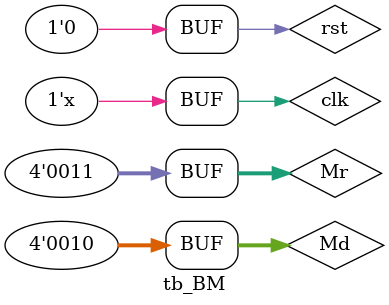
<source format=v>
`timescale 1ns / 1ps


module tb_BM;

	// Inputs
	reg [3:0] Md;
	reg [3:0] Mr;
	reg clk;
	reg rst;

	// Outputs
	wire [7:0] P;

	// Instantiate the Unit Under Test (UUT)
	BM uut (
		.P(P), 
		.Md(Md), 
		.Mr(Mr), 
		.clk(clk), 
		.rst(rst)
	);

	initial begin
		// Initialize Inputs
		Md = 0;
		Mr = 0;
		clk = 0;
		rst = 0;

		// Wait 100 ns for global reset to finish
		#10;
		Md = 2;
		Mr = 3;
		rst = 1;
		
		#10;
		rst = 0;
        
		// Add stimulus here

	end
      always #5 clk=~clk;
endmodule


</source>
